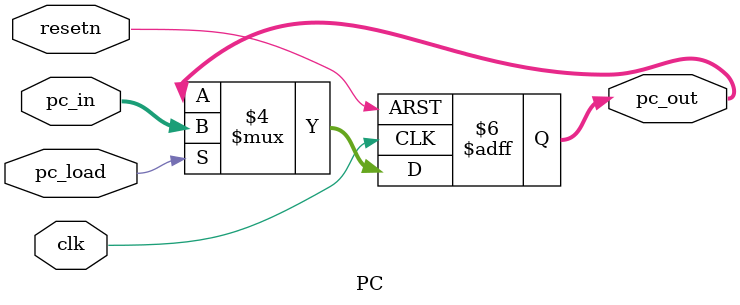
<source format=v>
module PC(
    input clk, resetn, pc_load,
    input [31:0] pc_in, 
    output reg [31:0] pc_out 
);

    always @(posedge clk or negedge resetn) begin
    if (resetn == 1'b0) 
        pc_out = 32'h00000000;
    else if (pc_load)
        pc_out = pc_in;
        // $display("pc out: %h <- pc in: %h", pc_out, pc_in);
    end


endmodule
</source>
